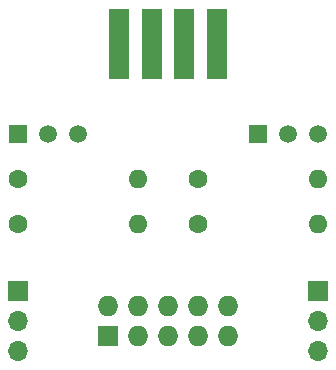
<source format=gbs>
G04 #@! TF.GenerationSoftware,KiCad,Pcbnew,(5.1.8)-1*
G04 #@! TF.CreationDate,2021-01-07T01:53:48+01:00*
G04 #@! TF.ProjectId,A7800 Adapter,41373830-3020-4416-9461-707465722e6b,rev?*
G04 #@! TF.SameCoordinates,Original*
G04 #@! TF.FileFunction,Soldermask,Bot*
G04 #@! TF.FilePolarity,Negative*
%FSLAX46Y46*%
G04 Gerber Fmt 4.6, Leading zero omitted, Abs format (unit mm)*
G04 Created by KiCad (PCBNEW (5.1.8)-1) date 2021-01-07 01:53:48*
%MOMM*%
%LPD*%
G01*
G04 APERTURE LIST*
%ADD10R,1.700000X6.000000*%
%ADD11R,1.520000X1.520000*%
%ADD12C,1.520000*%
%ADD13R,1.700000X1.700000*%
%ADD14O,1.700000X1.700000*%
%ADD15O,1.727200X1.727200*%
%ADD16R,1.727200X1.727200*%
%ADD17O,1.600000X1.600000*%
%ADD18C,1.600000*%
G04 APERTURE END LIST*
D10*
X138069500Y-64833500D03*
X140839500Y-64833500D03*
X143609500Y-64833500D03*
X146379500Y-64833500D03*
D11*
X129540000Y-72390000D03*
D12*
X134620000Y-72390000D03*
X132080000Y-72390000D03*
D13*
X154940000Y-85725000D03*
D14*
X154940000Y-88265000D03*
X154940000Y-90805000D03*
D15*
X147320000Y-86995000D03*
X144780000Y-86995000D03*
X142240000Y-86995000D03*
X139700000Y-86995000D03*
X137160000Y-86995000D03*
X147320000Y-89535000D03*
X144780000Y-89535000D03*
X142240000Y-89535000D03*
X139700000Y-89535000D03*
D16*
X137160000Y-89535000D03*
D14*
X129540000Y-90805000D03*
X129540000Y-88265000D03*
D13*
X129540000Y-85725000D03*
D12*
X152400000Y-72390000D03*
X154940000Y-72390000D03*
D11*
X149860000Y-72390000D03*
D17*
X139700000Y-80010000D03*
D18*
X129540000Y-80010000D03*
X144780000Y-80010000D03*
D17*
X154940000Y-80010000D03*
X139700000Y-76200000D03*
D18*
X129540000Y-76200000D03*
X144780000Y-76200000D03*
D17*
X154940000Y-76200000D03*
M02*

</source>
